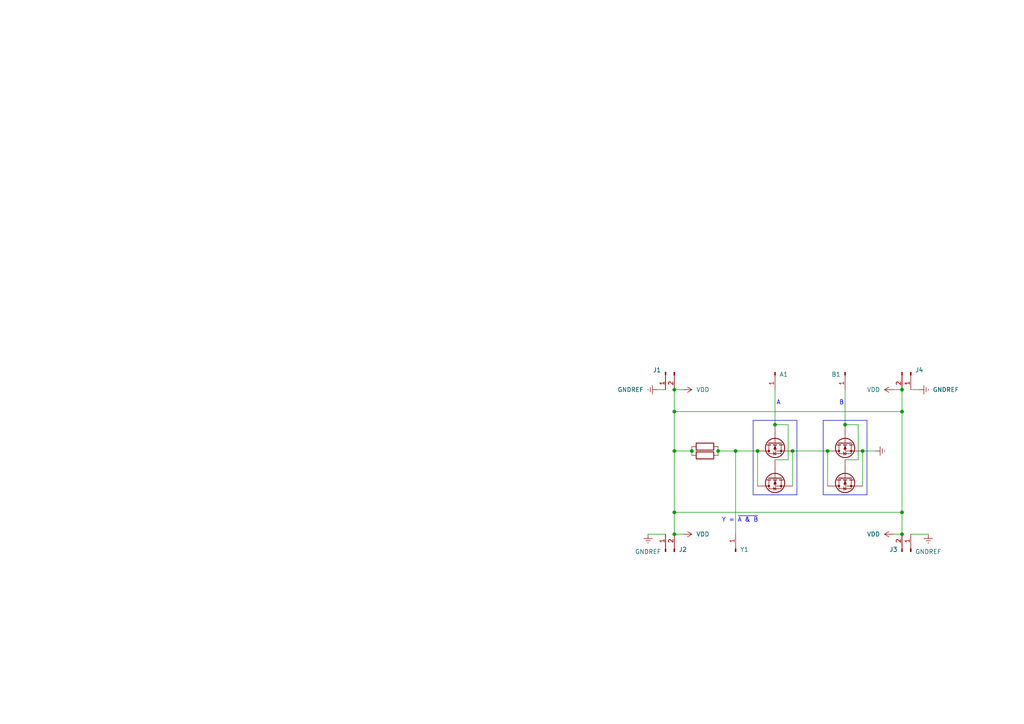
<source format=kicad_sch>
(kicad_sch
	(version 20250114)
	(generator "eeschema")
	(generator_version "9.0")
	(uuid "38b61d3a-980d-41e9-90d9-6607b9c2b652")
	(paper "A4")
	(title_block
		(title "NAND")
		(rev "1.0")
		(company "Cyborg Systems")
		(comment 1 "BlueChip")
	)
	(lib_symbols
		(symbol "2N7000_5"
			(pin_numbers
				(hide yes)
			)
			(pin_names
				(hide yes)
			)
			(exclude_from_sim no)
			(in_bom yes)
			(on_board yes)
			(property "Reference" "Q"
				(at 5.08 1.905 0)
				(effects
					(font
						(size 1.27 1.27)
					)
					(justify left)
				)
			)
			(property "Value" "2N7000"
				(at 5.08 0 0)
				(effects
					(font
						(size 1.27 1.27)
					)
					(justify left)
				)
			)
			(property "Footprint" "Package_TO_SOT_THT:TO-92_Inline"
				(at 5.08 -1.905 0)
				(effects
					(font
						(size 1.27 1.27)
						(italic yes)
					)
					(justify left)
					(hide yes)
				)
			)
			(property "Datasheet" "https://www.vishay.com/docs/70226/70226.pdf"
				(at 5.08 -3.81 0)
				(effects
					(font
						(size 1.27 1.27)
					)
					(justify left)
					(hide yes)
				)
			)
			(property "Description" "0.2A Id, 200V Vds, N-Channel MOSFET, 2.6V Logic Level, TO-92"
				(at 0 0 0)
				(effects
					(font
						(size 1.27 1.27)
					)
					(hide yes)
				)
			)
			(property "ki_keywords" "N-Channel MOSFET Logic-Level"
				(at 0 0 0)
				(effects
					(font
						(size 1.27 1.27)
					)
					(hide yes)
				)
			)
			(property "ki_fp_filters" "TO?92*"
				(at 0 0 0)
				(effects
					(font
						(size 1.27 1.27)
					)
					(hide yes)
				)
			)
			(symbol "2N7000_5_0_1"
				(polyline
					(pts
						(xy 0.254 1.905) (xy 0.254 -1.905)
					)
					(stroke
						(width 0.254)
						(type default)
					)
					(fill
						(type none)
					)
				)
				(polyline
					(pts
						(xy 0.254 0) (xy -2.54 0)
					)
					(stroke
						(width 0)
						(type default)
					)
					(fill
						(type none)
					)
				)
				(polyline
					(pts
						(xy 0.762 2.286) (xy 0.762 1.27)
					)
					(stroke
						(width 0.254)
						(type default)
					)
					(fill
						(type none)
					)
				)
				(polyline
					(pts
						(xy 0.762 0.508) (xy 0.762 -0.508)
					)
					(stroke
						(width 0.254)
						(type default)
					)
					(fill
						(type none)
					)
				)
				(polyline
					(pts
						(xy 0.762 -1.27) (xy 0.762 -2.286)
					)
					(stroke
						(width 0.254)
						(type default)
					)
					(fill
						(type none)
					)
				)
				(polyline
					(pts
						(xy 0.762 -1.778) (xy 3.302 -1.778) (xy 3.302 1.778) (xy 0.762 1.778)
					)
					(stroke
						(width 0)
						(type default)
					)
					(fill
						(type none)
					)
				)
				(polyline
					(pts
						(xy 1.016 0) (xy 2.032 0.381) (xy 2.032 -0.381) (xy 1.016 0)
					)
					(stroke
						(width 0)
						(type default)
					)
					(fill
						(type outline)
					)
				)
				(circle
					(center 1.651 0)
					(radius 2.794)
					(stroke
						(width 0.254)
						(type default)
					)
					(fill
						(type none)
					)
				)
				(polyline
					(pts
						(xy 2.54 2.54) (xy 2.54 1.778)
					)
					(stroke
						(width 0)
						(type default)
					)
					(fill
						(type none)
					)
				)
				(circle
					(center 2.54 1.778)
					(radius 0.254)
					(stroke
						(width 0)
						(type default)
					)
					(fill
						(type outline)
					)
				)
				(circle
					(center 2.54 -1.778)
					(radius 0.254)
					(stroke
						(width 0)
						(type default)
					)
					(fill
						(type outline)
					)
				)
				(polyline
					(pts
						(xy 2.54 -2.54) (xy 2.54 0) (xy 0.762 0)
					)
					(stroke
						(width 0)
						(type default)
					)
					(fill
						(type none)
					)
				)
				(polyline
					(pts
						(xy 2.794 0.508) (xy 2.921 0.381) (xy 3.683 0.381) (xy 3.81 0.254)
					)
					(stroke
						(width 0)
						(type default)
					)
					(fill
						(type none)
					)
				)
				(polyline
					(pts
						(xy 3.302 0.381) (xy 2.921 -0.254) (xy 3.683 -0.254) (xy 3.302 0.381)
					)
					(stroke
						(width 0)
						(type default)
					)
					(fill
						(type none)
					)
				)
			)
			(symbol "2N7000_5_1_1"
				(pin input line
					(at -5.08 0 0)
					(length 2.54)
					(name "G"
						(effects
							(font
								(size 1.27 1.27)
							)
						)
					)
					(number "2"
						(effects
							(font
								(size 1.27 1.27)
							)
						)
					)
				)
				(pin passive line
					(at 2.54 5.08 270)
					(length 2.54)
					(name "D"
						(effects
							(font
								(size 1.27 1.27)
							)
						)
					)
					(number "3"
						(effects
							(font
								(size 1.27 1.27)
							)
						)
					)
				)
				(pin passive line
					(at 2.54 -5.08 90)
					(length 2.54)
					(name "S"
						(effects
							(font
								(size 1.27 1.27)
							)
						)
					)
					(number "1"
						(effects
							(font
								(size 1.27 1.27)
							)
						)
					)
				)
			)
			(embedded_fonts no)
		)
		(symbol "2N7000_6"
			(pin_numbers
				(hide yes)
			)
			(pin_names
				(hide yes)
			)
			(exclude_from_sim no)
			(in_bom yes)
			(on_board yes)
			(property "Reference" "Q"
				(at 5.08 1.905 0)
				(effects
					(font
						(size 1.27 1.27)
					)
					(justify left)
				)
			)
			(property "Value" "2N7000"
				(at 5.08 0 0)
				(effects
					(font
						(size 1.27 1.27)
					)
					(justify left)
				)
			)
			(property "Footprint" "Package_TO_SOT_THT:TO-92_Inline"
				(at 5.08 -1.905 0)
				(effects
					(font
						(size 1.27 1.27)
						(italic yes)
					)
					(justify left)
					(hide yes)
				)
			)
			(property "Datasheet" "https://www.vishay.com/docs/70226/70226.pdf"
				(at 5.08 -3.81 0)
				(effects
					(font
						(size 1.27 1.27)
					)
					(justify left)
					(hide yes)
				)
			)
			(property "Description" "0.2A Id, 200V Vds, N-Channel MOSFET, 2.6V Logic Level, TO-92"
				(at 0 0 0)
				(effects
					(font
						(size 1.27 1.27)
					)
					(hide yes)
				)
			)
			(property "ki_keywords" "N-Channel MOSFET Logic-Level"
				(at 0 0 0)
				(effects
					(font
						(size 1.27 1.27)
					)
					(hide yes)
				)
			)
			(property "ki_fp_filters" "TO?92*"
				(at 0 0 0)
				(effects
					(font
						(size 1.27 1.27)
					)
					(hide yes)
				)
			)
			(symbol "2N7000_6_0_1"
				(polyline
					(pts
						(xy 0.254 1.905) (xy 0.254 -1.905)
					)
					(stroke
						(width 0.254)
						(type default)
					)
					(fill
						(type none)
					)
				)
				(polyline
					(pts
						(xy 0.254 0) (xy -2.54 0)
					)
					(stroke
						(width 0)
						(type default)
					)
					(fill
						(type none)
					)
				)
				(polyline
					(pts
						(xy 0.762 2.286) (xy 0.762 1.27)
					)
					(stroke
						(width 0.254)
						(type default)
					)
					(fill
						(type none)
					)
				)
				(polyline
					(pts
						(xy 0.762 0.508) (xy 0.762 -0.508)
					)
					(stroke
						(width 0.254)
						(type default)
					)
					(fill
						(type none)
					)
				)
				(polyline
					(pts
						(xy 0.762 -1.27) (xy 0.762 -2.286)
					)
					(stroke
						(width 0.254)
						(type default)
					)
					(fill
						(type none)
					)
				)
				(polyline
					(pts
						(xy 0.762 -1.778) (xy 3.302 -1.778) (xy 3.302 1.778) (xy 0.762 1.778)
					)
					(stroke
						(width 0)
						(type default)
					)
					(fill
						(type none)
					)
				)
				(polyline
					(pts
						(xy 1.016 0) (xy 2.032 0.381) (xy 2.032 -0.381) (xy 1.016 0)
					)
					(stroke
						(width 0)
						(type default)
					)
					(fill
						(type outline)
					)
				)
				(circle
					(center 1.651 0)
					(radius 2.794)
					(stroke
						(width 0.254)
						(type default)
					)
					(fill
						(type none)
					)
				)
				(polyline
					(pts
						(xy 2.54 2.54) (xy 2.54 1.778)
					)
					(stroke
						(width 0)
						(type default)
					)
					(fill
						(type none)
					)
				)
				(circle
					(center 2.54 1.778)
					(radius 0.254)
					(stroke
						(width 0)
						(type default)
					)
					(fill
						(type outline)
					)
				)
				(circle
					(center 2.54 -1.778)
					(radius 0.254)
					(stroke
						(width 0)
						(type default)
					)
					(fill
						(type outline)
					)
				)
				(polyline
					(pts
						(xy 2.54 -2.54) (xy 2.54 0) (xy 0.762 0)
					)
					(stroke
						(width 0)
						(type default)
					)
					(fill
						(type none)
					)
				)
				(polyline
					(pts
						(xy 2.794 0.508) (xy 2.921 0.381) (xy 3.683 0.381) (xy 3.81 0.254)
					)
					(stroke
						(width 0)
						(type default)
					)
					(fill
						(type none)
					)
				)
				(polyline
					(pts
						(xy 3.302 0.381) (xy 2.921 -0.254) (xy 3.683 -0.254) (xy 3.302 0.381)
					)
					(stroke
						(width 0)
						(type default)
					)
					(fill
						(type none)
					)
				)
			)
			(symbol "2N7000_6_1_1"
				(pin input line
					(at -5.08 0 0)
					(length 2.54)
					(name "G"
						(effects
							(font
								(size 1.27 1.27)
							)
						)
					)
					(number "2"
						(effects
							(font
								(size 1.27 1.27)
							)
						)
					)
				)
				(pin passive line
					(at 2.54 5.08 270)
					(length 2.54)
					(name "D"
						(effects
							(font
								(size 1.27 1.27)
							)
						)
					)
					(number "3"
						(effects
							(font
								(size 1.27 1.27)
							)
						)
					)
				)
				(pin passive line
					(at 2.54 -5.08 90)
					(length 2.54)
					(name "S"
						(effects
							(font
								(size 1.27 1.27)
							)
						)
					)
					(number "1"
						(effects
							(font
								(size 1.27 1.27)
							)
						)
					)
				)
			)
			(embedded_fonts no)
		)
		(symbol "2N7000_7"
			(pin_numbers
				(hide yes)
			)
			(pin_names
				(hide yes)
			)
			(exclude_from_sim no)
			(in_bom yes)
			(on_board yes)
			(property "Reference" "Q"
				(at 5.08 1.905 0)
				(effects
					(font
						(size 1.27 1.27)
					)
					(justify left)
				)
			)
			(property "Value" "2N7000"
				(at 5.08 0 0)
				(effects
					(font
						(size 1.27 1.27)
					)
					(justify left)
				)
			)
			(property "Footprint" "Package_TO_SOT_THT:TO-92_Inline"
				(at 5.08 -1.905 0)
				(effects
					(font
						(size 1.27 1.27)
						(italic yes)
					)
					(justify left)
					(hide yes)
				)
			)
			(property "Datasheet" "https://www.vishay.com/docs/70226/70226.pdf"
				(at 5.08 -3.81 0)
				(effects
					(font
						(size 1.27 1.27)
					)
					(justify left)
					(hide yes)
				)
			)
			(property "Description" "0.2A Id, 200V Vds, N-Channel MOSFET, 2.6V Logic Level, TO-92"
				(at 0 0 0)
				(effects
					(font
						(size 1.27 1.27)
					)
					(hide yes)
				)
			)
			(property "ki_keywords" "N-Channel MOSFET Logic-Level"
				(at 0 0 0)
				(effects
					(font
						(size 1.27 1.27)
					)
					(hide yes)
				)
			)
			(property "ki_fp_filters" "TO?92*"
				(at 0 0 0)
				(effects
					(font
						(size 1.27 1.27)
					)
					(hide yes)
				)
			)
			(symbol "2N7000_7_0_1"
				(polyline
					(pts
						(xy 0.254 1.905) (xy 0.254 -1.905)
					)
					(stroke
						(width 0.254)
						(type default)
					)
					(fill
						(type none)
					)
				)
				(polyline
					(pts
						(xy 0.254 0) (xy -2.54 0)
					)
					(stroke
						(width 0)
						(type default)
					)
					(fill
						(type none)
					)
				)
				(polyline
					(pts
						(xy 0.762 2.286) (xy 0.762 1.27)
					)
					(stroke
						(width 0.254)
						(type default)
					)
					(fill
						(type none)
					)
				)
				(polyline
					(pts
						(xy 0.762 0.508) (xy 0.762 -0.508)
					)
					(stroke
						(width 0.254)
						(type default)
					)
					(fill
						(type none)
					)
				)
				(polyline
					(pts
						(xy 0.762 -1.27) (xy 0.762 -2.286)
					)
					(stroke
						(width 0.254)
						(type default)
					)
					(fill
						(type none)
					)
				)
				(polyline
					(pts
						(xy 0.762 -1.778) (xy 3.302 -1.778) (xy 3.302 1.778) (xy 0.762 1.778)
					)
					(stroke
						(width 0)
						(type default)
					)
					(fill
						(type none)
					)
				)
				(polyline
					(pts
						(xy 1.016 0) (xy 2.032 0.381) (xy 2.032 -0.381) (xy 1.016 0)
					)
					(stroke
						(width 0)
						(type default)
					)
					(fill
						(type outline)
					)
				)
				(circle
					(center 1.651 0)
					(radius 2.794)
					(stroke
						(width 0.254)
						(type default)
					)
					(fill
						(type none)
					)
				)
				(polyline
					(pts
						(xy 2.54 2.54) (xy 2.54 1.778)
					)
					(stroke
						(width 0)
						(type default)
					)
					(fill
						(type none)
					)
				)
				(circle
					(center 2.54 1.778)
					(radius 0.254)
					(stroke
						(width 0)
						(type default)
					)
					(fill
						(type outline)
					)
				)
				(circle
					(center 2.54 -1.778)
					(radius 0.254)
					(stroke
						(width 0)
						(type default)
					)
					(fill
						(type outline)
					)
				)
				(polyline
					(pts
						(xy 2.54 -2.54) (xy 2.54 0) (xy 0.762 0)
					)
					(stroke
						(width 0)
						(type default)
					)
					(fill
						(type none)
					)
				)
				(polyline
					(pts
						(xy 2.794 0.508) (xy 2.921 0.381) (xy 3.683 0.381) (xy 3.81 0.254)
					)
					(stroke
						(width 0)
						(type default)
					)
					(fill
						(type none)
					)
				)
				(polyline
					(pts
						(xy 3.302 0.381) (xy 2.921 -0.254) (xy 3.683 -0.254) (xy 3.302 0.381)
					)
					(stroke
						(width 0)
						(type default)
					)
					(fill
						(type none)
					)
				)
			)
			(symbol "2N7000_7_1_1"
				(pin input line
					(at -5.08 0 0)
					(length 2.54)
					(name "G"
						(effects
							(font
								(size 1.27 1.27)
							)
						)
					)
					(number "2"
						(effects
							(font
								(size 1.27 1.27)
							)
						)
					)
				)
				(pin passive line
					(at 2.54 5.08 270)
					(length 2.54)
					(name "D"
						(effects
							(font
								(size 1.27 1.27)
							)
						)
					)
					(number "3"
						(effects
							(font
								(size 1.27 1.27)
							)
						)
					)
				)
				(pin passive line
					(at 2.54 -5.08 90)
					(length 2.54)
					(name "S"
						(effects
							(font
								(size 1.27 1.27)
							)
						)
					)
					(number "1"
						(effects
							(font
								(size 1.27 1.27)
							)
						)
					)
				)
			)
			(embedded_fonts no)
		)
		(symbol "2N7000_8"
			(pin_numbers
				(hide yes)
			)
			(pin_names
				(hide yes)
			)
			(exclude_from_sim no)
			(in_bom yes)
			(on_board yes)
			(property "Reference" "Q"
				(at 5.08 1.905 0)
				(effects
					(font
						(size 1.27 1.27)
					)
					(justify left)
				)
			)
			(property "Value" "2N7000"
				(at 5.08 0 0)
				(effects
					(font
						(size 1.27 1.27)
					)
					(justify left)
				)
			)
			(property "Footprint" "Package_TO_SOT_THT:TO-92_Inline"
				(at 5.08 -1.905 0)
				(effects
					(font
						(size 1.27 1.27)
						(italic yes)
					)
					(justify left)
					(hide yes)
				)
			)
			(property "Datasheet" "https://www.vishay.com/docs/70226/70226.pdf"
				(at 5.08 -3.81 0)
				(effects
					(font
						(size 1.27 1.27)
					)
					(justify left)
					(hide yes)
				)
			)
			(property "Description" "0.2A Id, 200V Vds, N-Channel MOSFET, 2.6V Logic Level, TO-92"
				(at 0 0 0)
				(effects
					(font
						(size 1.27 1.27)
					)
					(hide yes)
				)
			)
			(property "ki_keywords" "N-Channel MOSFET Logic-Level"
				(at 0 0 0)
				(effects
					(font
						(size 1.27 1.27)
					)
					(hide yes)
				)
			)
			(property "ki_fp_filters" "TO?92*"
				(at 0 0 0)
				(effects
					(font
						(size 1.27 1.27)
					)
					(hide yes)
				)
			)
			(symbol "2N7000_8_0_1"
				(polyline
					(pts
						(xy 0.254 1.905) (xy 0.254 -1.905)
					)
					(stroke
						(width 0.254)
						(type default)
					)
					(fill
						(type none)
					)
				)
				(polyline
					(pts
						(xy 0.254 0) (xy -2.54 0)
					)
					(stroke
						(width 0)
						(type default)
					)
					(fill
						(type none)
					)
				)
				(polyline
					(pts
						(xy 0.762 2.286) (xy 0.762 1.27)
					)
					(stroke
						(width 0.254)
						(type default)
					)
					(fill
						(type none)
					)
				)
				(polyline
					(pts
						(xy 0.762 0.508) (xy 0.762 -0.508)
					)
					(stroke
						(width 0.254)
						(type default)
					)
					(fill
						(type none)
					)
				)
				(polyline
					(pts
						(xy 0.762 -1.27) (xy 0.762 -2.286)
					)
					(stroke
						(width 0.254)
						(type default)
					)
					(fill
						(type none)
					)
				)
				(polyline
					(pts
						(xy 0.762 -1.778) (xy 3.302 -1.778) (xy 3.302 1.778) (xy 0.762 1.778)
					)
					(stroke
						(width 0)
						(type default)
					)
					(fill
						(type none)
					)
				)
				(polyline
					(pts
						(xy 1.016 0) (xy 2.032 0.381) (xy 2.032 -0.381) (xy 1.016 0)
					)
					(stroke
						(width 0)
						(type default)
					)
					(fill
						(type outline)
					)
				)
				(circle
					(center 1.651 0)
					(radius 2.794)
					(stroke
						(width 0.254)
						(type default)
					)
					(fill
						(type none)
					)
				)
				(polyline
					(pts
						(xy 2.54 2.54) (xy 2.54 1.778)
					)
					(stroke
						(width 0)
						(type default)
					)
					(fill
						(type none)
					)
				)
				(circle
					(center 2.54 1.778)
					(radius 0.254)
					(stroke
						(width 0)
						(type default)
					)
					(fill
						(type outline)
					)
				)
				(circle
					(center 2.54 -1.778)
					(radius 0.254)
					(stroke
						(width 0)
						(type default)
					)
					(fill
						(type outline)
					)
				)
				(polyline
					(pts
						(xy 2.54 -2.54) (xy 2.54 0) (xy 0.762 0)
					)
					(stroke
						(width 0)
						(type default)
					)
					(fill
						(type none)
					)
				)
				(polyline
					(pts
						(xy 2.794 0.508) (xy 2.921 0.381) (xy 3.683 0.381) (xy 3.81 0.254)
					)
					(stroke
						(width 0)
						(type default)
					)
					(fill
						(type none)
					)
				)
				(polyline
					(pts
						(xy 3.302 0.381) (xy 2.921 -0.254) (xy 3.683 -0.254) (xy 3.302 0.381)
					)
					(stroke
						(width 0)
						(type default)
					)
					(fill
						(type none)
					)
				)
			)
			(symbol "2N7000_8_1_1"
				(pin input line
					(at -5.08 0 0)
					(length 2.54)
					(name "G"
						(effects
							(font
								(size 1.27 1.27)
							)
						)
					)
					(number "2"
						(effects
							(font
								(size 1.27 1.27)
							)
						)
					)
				)
				(pin passive line
					(at 2.54 5.08 270)
					(length 2.54)
					(name "D"
						(effects
							(font
								(size 1.27 1.27)
							)
						)
					)
					(number "3"
						(effects
							(font
								(size 1.27 1.27)
							)
						)
					)
				)
				(pin passive line
					(at 2.54 -5.08 90)
					(length 2.54)
					(name "S"
						(effects
							(font
								(size 1.27 1.27)
							)
						)
					)
					(number "1"
						(effects
							(font
								(size 1.27 1.27)
							)
						)
					)
				)
			)
			(embedded_fonts no)
		)
		(symbol "Connector:Conn_01x01_Pin"
			(pin_names
				(offset 1.016)
				(hide yes)
			)
			(exclude_from_sim no)
			(in_bom yes)
			(on_board yes)
			(property "Reference" "J"
				(at 0 2.54 0)
				(effects
					(font
						(size 1.27 1.27)
					)
				)
			)
			(property "Value" "Conn_01x01_Pin"
				(at 0 -2.54 0)
				(effects
					(font
						(size 1.27 1.27)
					)
				)
			)
			(property "Footprint" ""
				(at 0 0 0)
				(effects
					(font
						(size 1.27 1.27)
					)
					(hide yes)
				)
			)
			(property "Datasheet" "~"
				(at 0 0 0)
				(effects
					(font
						(size 1.27 1.27)
					)
					(hide yes)
				)
			)
			(property "Description" "Generic connector, single row, 01x01, script generated"
				(at 0 0 0)
				(effects
					(font
						(size 1.27 1.27)
					)
					(hide yes)
				)
			)
			(property "ki_locked" ""
				(at 0 0 0)
				(effects
					(font
						(size 1.27 1.27)
					)
				)
			)
			(property "ki_keywords" "connector"
				(at 0 0 0)
				(effects
					(font
						(size 1.27 1.27)
					)
					(hide yes)
				)
			)
			(property "ki_fp_filters" "Connector*:*_1x??_*"
				(at 0 0 0)
				(effects
					(font
						(size 1.27 1.27)
					)
					(hide yes)
				)
			)
			(symbol "Conn_01x01_Pin_1_1"
				(rectangle
					(start 0.8636 0.127)
					(end 0 -0.127)
					(stroke
						(width 0.1524)
						(type default)
					)
					(fill
						(type outline)
					)
				)
				(polyline
					(pts
						(xy 1.27 0) (xy 0.8636 0)
					)
					(stroke
						(width 0.1524)
						(type default)
					)
					(fill
						(type none)
					)
				)
				(pin passive line
					(at 5.08 0 180)
					(length 3.81)
					(name "Pin_1"
						(effects
							(font
								(size 1.27 1.27)
							)
						)
					)
					(number "1"
						(effects
							(font
								(size 1.27 1.27)
							)
						)
					)
				)
			)
			(embedded_fonts no)
		)
		(symbol "Connector:Conn_01x02_Pin"
			(pin_names
				(offset 1.016)
				(hide yes)
			)
			(exclude_from_sim no)
			(in_bom yes)
			(on_board yes)
			(property "Reference" "J"
				(at 0 2.54 0)
				(effects
					(font
						(size 1.27 1.27)
					)
				)
			)
			(property "Value" "Conn_01x02_Pin"
				(at 0 -5.08 0)
				(effects
					(font
						(size 1.27 1.27)
					)
				)
			)
			(property "Footprint" ""
				(at 0 0 0)
				(effects
					(font
						(size 1.27 1.27)
					)
					(hide yes)
				)
			)
			(property "Datasheet" "~"
				(at 0 0 0)
				(effects
					(font
						(size 1.27 1.27)
					)
					(hide yes)
				)
			)
			(property "Description" "Generic connector, single row, 01x02, script generated"
				(at 0 0 0)
				(effects
					(font
						(size 1.27 1.27)
					)
					(hide yes)
				)
			)
			(property "ki_locked" ""
				(at 0 0 0)
				(effects
					(font
						(size 1.27 1.27)
					)
				)
			)
			(property "ki_keywords" "connector"
				(at 0 0 0)
				(effects
					(font
						(size 1.27 1.27)
					)
					(hide yes)
				)
			)
			(property "ki_fp_filters" "Connector*:*_1x??_*"
				(at 0 0 0)
				(effects
					(font
						(size 1.27 1.27)
					)
					(hide yes)
				)
			)
			(symbol "Conn_01x02_Pin_1_1"
				(rectangle
					(start 0.8636 0.127)
					(end 0 -0.127)
					(stroke
						(width 0.1524)
						(type default)
					)
					(fill
						(type outline)
					)
				)
				(rectangle
					(start 0.8636 -2.413)
					(end 0 -2.667)
					(stroke
						(width 0.1524)
						(type default)
					)
					(fill
						(type outline)
					)
				)
				(polyline
					(pts
						(xy 1.27 0) (xy 0.8636 0)
					)
					(stroke
						(width 0.1524)
						(type default)
					)
					(fill
						(type none)
					)
				)
				(polyline
					(pts
						(xy 1.27 -2.54) (xy 0.8636 -2.54)
					)
					(stroke
						(width 0.1524)
						(type default)
					)
					(fill
						(type none)
					)
				)
				(pin passive line
					(at 5.08 0 180)
					(length 3.81)
					(name "Pin_1"
						(effects
							(font
								(size 1.27 1.27)
							)
						)
					)
					(number "1"
						(effects
							(font
								(size 1.27 1.27)
							)
						)
					)
				)
				(pin passive line
					(at 5.08 -2.54 180)
					(length 3.81)
					(name "Pin_2"
						(effects
							(font
								(size 1.27 1.27)
							)
						)
					)
					(number "2"
						(effects
							(font
								(size 1.27 1.27)
							)
						)
					)
				)
			)
			(embedded_fonts no)
		)
		(symbol "Device:R"
			(pin_numbers
				(hide yes)
			)
			(pin_names
				(offset 0)
			)
			(exclude_from_sim no)
			(in_bom yes)
			(on_board yes)
			(property "Reference" "R"
				(at 2.032 0 90)
				(effects
					(font
						(size 1.27 1.27)
					)
				)
			)
			(property "Value" "R"
				(at 0 0 90)
				(effects
					(font
						(size 1.27 1.27)
					)
				)
			)
			(property "Footprint" ""
				(at -1.778 0 90)
				(effects
					(font
						(size 1.27 1.27)
					)
					(hide yes)
				)
			)
			(property "Datasheet" "~"
				(at 0 0 0)
				(effects
					(font
						(size 1.27 1.27)
					)
					(hide yes)
				)
			)
			(property "Description" "Resistor"
				(at 0 0 0)
				(effects
					(font
						(size 1.27 1.27)
					)
					(hide yes)
				)
			)
			(property "ki_keywords" "R res resistor"
				(at 0 0 0)
				(effects
					(font
						(size 1.27 1.27)
					)
					(hide yes)
				)
			)
			(property "ki_fp_filters" "R_*"
				(at 0 0 0)
				(effects
					(font
						(size 1.27 1.27)
					)
					(hide yes)
				)
			)
			(symbol "R_0_1"
				(rectangle
					(start -1.016 -2.54)
					(end 1.016 2.54)
					(stroke
						(width 0.254)
						(type default)
					)
					(fill
						(type none)
					)
				)
			)
			(symbol "R_1_1"
				(pin passive line
					(at 0 3.81 270)
					(length 1.27)
					(name "~"
						(effects
							(font
								(size 1.27 1.27)
							)
						)
					)
					(number "1"
						(effects
							(font
								(size 1.27 1.27)
							)
						)
					)
				)
				(pin passive line
					(at 0 -3.81 90)
					(length 1.27)
					(name "~"
						(effects
							(font
								(size 1.27 1.27)
							)
						)
					)
					(number "2"
						(effects
							(font
								(size 1.27 1.27)
							)
						)
					)
				)
			)
			(embedded_fonts no)
		)
		(symbol "power:GNDREF"
			(power)
			(pin_numbers
				(hide yes)
			)
			(pin_names
				(offset 0)
				(hide yes)
			)
			(exclude_from_sim no)
			(in_bom yes)
			(on_board yes)
			(property "Reference" "#PWR"
				(at 0 -6.35 0)
				(effects
					(font
						(size 1.27 1.27)
					)
					(hide yes)
				)
			)
			(property "Value" "GNDREF"
				(at 0 -3.81 0)
				(effects
					(font
						(size 1.27 1.27)
					)
				)
			)
			(property "Footprint" ""
				(at 0 0 0)
				(effects
					(font
						(size 1.27 1.27)
					)
					(hide yes)
				)
			)
			(property "Datasheet" ""
				(at 0 0 0)
				(effects
					(font
						(size 1.27 1.27)
					)
					(hide yes)
				)
			)
			(property "Description" "Power symbol creates a global label with name \"GNDREF\" , reference supply ground"
				(at 0 0 0)
				(effects
					(font
						(size 1.27 1.27)
					)
					(hide yes)
				)
			)
			(property "ki_keywords" "global power"
				(at 0 0 0)
				(effects
					(font
						(size 1.27 1.27)
					)
					(hide yes)
				)
			)
			(symbol "GNDREF_0_1"
				(polyline
					(pts
						(xy -0.635 -1.905) (xy 0.635 -1.905)
					)
					(stroke
						(width 0)
						(type default)
					)
					(fill
						(type none)
					)
				)
				(polyline
					(pts
						(xy -0.127 -2.54) (xy 0.127 -2.54)
					)
					(stroke
						(width 0)
						(type default)
					)
					(fill
						(type none)
					)
				)
				(polyline
					(pts
						(xy 0 -1.27) (xy 0 0)
					)
					(stroke
						(width 0)
						(type default)
					)
					(fill
						(type none)
					)
				)
				(polyline
					(pts
						(xy 1.27 -1.27) (xy -1.27 -1.27)
					)
					(stroke
						(width 0)
						(type default)
					)
					(fill
						(type none)
					)
				)
			)
			(symbol "GNDREF_1_1"
				(pin power_in line
					(at 0 0 270)
					(length 0)
					(name "~"
						(effects
							(font
								(size 1.27 1.27)
							)
						)
					)
					(number "1"
						(effects
							(font
								(size 1.27 1.27)
							)
						)
					)
				)
			)
			(embedded_fonts no)
		)
		(symbol "power:VDD"
			(power)
			(pin_numbers
				(hide yes)
			)
			(pin_names
				(offset 0)
				(hide yes)
			)
			(exclude_from_sim no)
			(in_bom yes)
			(on_board yes)
			(property "Reference" "#PWR"
				(at 0 -3.81 0)
				(effects
					(font
						(size 1.27 1.27)
					)
					(hide yes)
				)
			)
			(property "Value" "VDD"
				(at 0 3.556 0)
				(effects
					(font
						(size 1.27 1.27)
					)
				)
			)
			(property "Footprint" ""
				(at 0 0 0)
				(effects
					(font
						(size 1.27 1.27)
					)
					(hide yes)
				)
			)
			(property "Datasheet" ""
				(at 0 0 0)
				(effects
					(font
						(size 1.27 1.27)
					)
					(hide yes)
				)
			)
			(property "Description" "Power symbol creates a global label with name \"VDD\""
				(at 0 0 0)
				(effects
					(font
						(size 1.27 1.27)
					)
					(hide yes)
				)
			)
			(property "ki_keywords" "global power"
				(at 0 0 0)
				(effects
					(font
						(size 1.27 1.27)
					)
					(hide yes)
				)
			)
			(symbol "VDD_0_1"
				(polyline
					(pts
						(xy -0.762 1.27) (xy 0 2.54)
					)
					(stroke
						(width 0)
						(type default)
					)
					(fill
						(type none)
					)
				)
				(polyline
					(pts
						(xy 0 2.54) (xy 0.762 1.27)
					)
					(stroke
						(width 0)
						(type default)
					)
					(fill
						(type none)
					)
				)
				(polyline
					(pts
						(xy 0 0) (xy 0 2.54)
					)
					(stroke
						(width 0)
						(type default)
					)
					(fill
						(type none)
					)
				)
			)
			(symbol "VDD_1_1"
				(pin power_in line
					(at 0 0 90)
					(length 0)
					(name "~"
						(effects
							(font
								(size 1.27 1.27)
							)
						)
					)
					(number "1"
						(effects
							(font
								(size 1.27 1.27)
							)
						)
					)
				)
			)
			(embedded_fonts no)
		)
	)
	(rectangle
		(start 218.44 121.92)
		(end 231.14 143.51)
		(stroke
			(width 0)
			(type default)
		)
		(fill
			(type none)
		)
		(uuid 498f5288-4282-46f4-83d2-c9c644a6f1bf)
	)
	(rectangle
		(start 238.76 121.92)
		(end 251.46 143.51)
		(stroke
			(width 0)
			(type default)
		)
		(fill
			(type none)
		)
		(uuid 91cb3159-b3e9-4852-b091-d70162fdf7f7)
	)
	(text "Y = ~{A & B}"
		(exclude_from_sim no)
		(at 214.63 150.876 0)
		(effects
			(font
				(size 1.27 1.27)
			)
		)
		(uuid "9d215df9-bd44-4112-9990-47d3bd92ef8a")
	)
	(text "A"
		(exclude_from_sim no)
		(at 225.806 116.84 0)
		(effects
			(font
				(size 1.27 1.27)
			)
		)
		(uuid "a4616ef1-eb33-4252-bca3-2f7ec1b2df3b")
	)
	(text "B"
		(exclude_from_sim no)
		(at 244.094 116.84 0)
		(effects
			(font
				(size 1.27 1.27)
			)
		)
		(uuid "efda905a-d636-4224-b94a-21ab9621bfcf")
	)
	(junction
		(at 195.58 148.59)
		(diameter 0)
		(color 0 0 0 0)
		(uuid "06b852ea-8d38-49c2-9664-e4b063ac1741")
	)
	(junction
		(at 195.58 113.03)
		(diameter 0)
		(color 0 0 0 0)
		(uuid "125e6b5e-084c-4575-af11-5bd7f7016d63")
	)
	(junction
		(at 250.19 130.81)
		(diameter 0)
		(color 0 0 0 0)
		(uuid "1420cbf9-0908-458f-b27a-bc11df9b7efc")
	)
	(junction
		(at 200.66 130.81)
		(diameter 0)
		(color 0 0 0 0)
		(uuid "24d1f6b5-591c-4cd4-8e2a-8af5784889fd")
	)
	(junction
		(at 213.36 130.81)
		(diameter 0)
		(color 0 0 0 0)
		(uuid "261263e4-3c57-47d9-b0e5-cabd3cdc2d3a")
	)
	(junction
		(at 208.28 130.81)
		(diameter 0)
		(color 0 0 0 0)
		(uuid "2796aac5-d613-4c9e-becc-c209be3d61ea")
	)
	(junction
		(at 240.03 130.81)
		(diameter 0)
		(color 0 0 0 0)
		(uuid "31add558-0d0e-40c3-a4a0-db44432a330a")
	)
	(junction
		(at 224.79 123.19)
		(diameter 0)
		(color 0 0 0 0)
		(uuid "39a66b68-6852-407a-a0b3-14b727280d98")
	)
	(junction
		(at 229.87 130.81)
		(diameter 0)
		(color 0 0 0 0)
		(uuid "4d6f4da6-b9f4-469b-b42a-8cd153f1358c")
	)
	(junction
		(at 195.58 154.94)
		(diameter 0)
		(color 0 0 0 0)
		(uuid "52177953-ce5d-405a-804e-a5ff78be53c6")
	)
	(junction
		(at 261.62 119.38)
		(diameter 0)
		(color 0 0 0 0)
		(uuid "671ca0c9-4eb6-4219-9c98-d6e0b0447159")
	)
	(junction
		(at 195.58 130.81)
		(diameter 0)
		(color 0 0 0 0)
		(uuid "6a98f719-32af-4fee-82f0-57afbe6acd23")
	)
	(junction
		(at 261.62 148.59)
		(diameter 0)
		(color 0 0 0 0)
		(uuid "75f67fc5-d4b5-4677-8478-7c8174de07d0")
	)
	(junction
		(at 219.71 130.81)
		(diameter 0)
		(color 0 0 0 0)
		(uuid "76ab2393-64c0-48b0-b124-d340021edb1c")
	)
	(junction
		(at 261.62 154.94)
		(diameter 0)
		(color 0 0 0 0)
		(uuid "7e849bba-b303-4fbb-8327-86ac59e800b9")
	)
	(junction
		(at 195.58 119.38)
		(diameter 0)
		(color 0 0 0 0)
		(uuid "88d9ce10-c324-4023-bc41-6609ef2ce5a3")
	)
	(junction
		(at 261.62 113.03)
		(diameter 0)
		(color 0 0 0 0)
		(uuid "bfce5cd7-2f54-452a-a8c3-278c0967d35a")
	)
	(junction
		(at 245.11 123.19)
		(diameter 0)
		(color 0 0 0 0)
		(uuid "dd531789-bb41-44f5-9db6-a2a22e37ebfc")
	)
	(wire
		(pts
			(xy 213.36 130.81) (xy 219.71 130.81)
		)
		(stroke
			(width 0)
			(type default)
		)
		(uuid "0035ee6a-954c-4c19-8f38-806b5a79a60d")
	)
	(wire
		(pts
			(xy 208.28 130.81) (xy 213.36 130.81)
		)
		(stroke
			(width 0)
			(type default)
		)
		(uuid "0d875061-b4a1-4554-8ae2-b5716420c751")
	)
	(wire
		(pts
			(xy 219.71 130.81) (xy 219.71 140.97)
		)
		(stroke
			(width 0)
			(type default)
		)
		(uuid "0f94888b-5c9f-4c87-9daf-b588b4b22d6b")
	)
	(wire
		(pts
			(xy 195.58 130.81) (xy 195.58 148.59)
		)
		(stroke
			(width 0)
			(type default)
		)
		(uuid "168bae68-bada-40ab-85dc-9356e5854b03")
	)
	(wire
		(pts
			(xy 259.08 113.03) (xy 261.62 113.03)
		)
		(stroke
			(width 0)
			(type default)
		)
		(uuid "1db40c3d-92cd-4f13-a9d1-a66c0079117e")
	)
	(wire
		(pts
			(xy 250.19 130.81) (xy 250.19 140.97)
		)
		(stroke
			(width 0)
			(type default)
		)
		(uuid "1df0e538-f565-4929-af9a-ec8a6e8772b4")
	)
	(wire
		(pts
			(xy 266.7 113.03) (xy 264.16 113.03)
		)
		(stroke
			(width 0)
			(type default)
		)
		(uuid "24d46502-f0a4-4fa4-8839-8eab6899982e")
	)
	(wire
		(pts
			(xy 259.08 154.94) (xy 261.62 154.94)
		)
		(stroke
			(width 0)
			(type default)
		)
		(uuid "37da6236-3d59-435e-9841-d8c7e554bb41")
	)
	(wire
		(pts
			(xy 195.58 154.94) (xy 195.58 148.59)
		)
		(stroke
			(width 0)
			(type default)
		)
		(uuid "3c9fe370-0786-4e07-a999-5c095f597cc7")
	)
	(wire
		(pts
			(xy 198.12 113.03) (xy 195.58 113.03)
		)
		(stroke
			(width 0)
			(type default)
		)
		(uuid "41fc1afa-06cd-4995-a357-797b778da37d")
	)
	(wire
		(pts
			(xy 200.66 129.54) (xy 200.66 130.81)
		)
		(stroke
			(width 0)
			(type default)
		)
		(uuid "4284d28e-924f-43c3-b48a-e905c5303c05")
	)
	(wire
		(pts
			(xy 261.62 119.38) (xy 261.62 148.59)
		)
		(stroke
			(width 0)
			(type default)
		)
		(uuid "450eadc9-31b4-48ad-92e4-d4aa7b4cae87")
	)
	(wire
		(pts
			(xy 261.62 113.03) (xy 261.62 119.38)
		)
		(stroke
			(width 0)
			(type default)
		)
		(uuid "4be4f846-77d6-4ee9-8d23-b70dfdc3340e")
	)
	(wire
		(pts
			(xy 228.6 133.35) (xy 228.6 123.19)
		)
		(stroke
			(width 0)
			(type default)
		)
		(uuid "561f0286-63ab-4088-92b6-f1160743f2cb")
	)
	(wire
		(pts
			(xy 269.24 154.94) (xy 264.16 154.94)
		)
		(stroke
			(width 0)
			(type default)
		)
		(uuid "5fc12dac-8e34-494b-89c0-e5124df1d2e8")
	)
	(wire
		(pts
			(xy 195.58 119.38) (xy 261.62 119.38)
		)
		(stroke
			(width 0)
			(type default)
		)
		(uuid "610faac7-32f9-4e10-95f8-cc62f7f252b7")
	)
	(wire
		(pts
			(xy 245.11 123.19) (xy 248.92 123.19)
		)
		(stroke
			(width 0)
			(type default)
		)
		(uuid "63c01412-c6a2-40d7-85bd-087e4d2f4e7d")
	)
	(wire
		(pts
			(xy 195.58 119.38) (xy 195.58 130.81)
		)
		(stroke
			(width 0)
			(type default)
		)
		(uuid "65a4366e-e545-41ef-a061-6b63feda31d3")
	)
	(wire
		(pts
			(xy 224.79 133.35) (xy 228.6 133.35)
		)
		(stroke
			(width 0)
			(type default)
		)
		(uuid "7d10330b-9950-4b87-b688-e559b62b9650")
	)
	(wire
		(pts
			(xy 195.58 148.59) (xy 261.62 148.59)
		)
		(stroke
			(width 0)
			(type default)
		)
		(uuid "83309776-ecf0-490b-b1fc-6b1b6667d420")
	)
	(wire
		(pts
			(xy 229.87 130.81) (xy 229.87 140.97)
		)
		(stroke
			(width 0)
			(type default)
		)
		(uuid "9005adbc-0aa2-4252-8566-c892bdb4dc90")
	)
	(wire
		(pts
			(xy 224.79 123.19) (xy 228.6 123.19)
		)
		(stroke
			(width 0)
			(type default)
		)
		(uuid "90347ac8-74bd-4841-890b-36af7bf8c54a")
	)
	(wire
		(pts
			(xy 245.11 113.03) (xy 245.11 123.19)
		)
		(stroke
			(width 0)
			(type default)
		)
		(uuid "92c35b86-0f9a-4126-a86c-fbadb73204d3")
	)
	(wire
		(pts
			(xy 240.03 130.81) (xy 240.03 140.97)
		)
		(stroke
			(width 0)
			(type default)
		)
		(uuid "93755cb3-855d-4010-b545-b119db2812b0")
	)
	(wire
		(pts
			(xy 224.79 113.03) (xy 224.79 123.19)
		)
		(stroke
			(width 0)
			(type default)
		)
		(uuid "99942e85-aabd-4c02-b5b5-c0995a6da239")
	)
	(wire
		(pts
			(xy 200.66 130.81) (xy 200.66 132.08)
		)
		(stroke
			(width 0)
			(type default)
		)
		(uuid "a1fbed5e-09a5-45d6-a273-5ed9c925a3ba")
	)
	(wire
		(pts
			(xy 208.28 129.54) (xy 208.28 130.81)
		)
		(stroke
			(width 0)
			(type default)
		)
		(uuid "a54fdbb7-ab6b-4b2f-97df-67e1fb44a670")
	)
	(wire
		(pts
			(xy 195.58 130.81) (xy 200.66 130.81)
		)
		(stroke
			(width 0)
			(type default)
		)
		(uuid "a709f9b2-116f-4976-8e1b-37b64c5d77a9")
	)
	(wire
		(pts
			(xy 229.87 130.81) (xy 240.03 130.81)
		)
		(stroke
			(width 0)
			(type default)
		)
		(uuid "be9c7390-94ef-4c91-8bce-0dd57294ccc3")
	)
	(wire
		(pts
			(xy 213.36 130.81) (xy 213.36 154.94)
		)
		(stroke
			(width 0)
			(type default)
		)
		(uuid "c1fbcf2c-5559-4851-905b-fe1e22ed4e45")
	)
	(wire
		(pts
			(xy 261.62 148.59) (xy 261.62 154.94)
		)
		(stroke
			(width 0)
			(type default)
		)
		(uuid "c580cfd5-794f-4ad5-a5ad-95471a4446e9")
	)
	(wire
		(pts
			(xy 190.5 113.03) (xy 193.04 113.03)
		)
		(stroke
			(width 0)
			(type default)
		)
		(uuid "c75db0dc-37ef-49ac-8341-1817c705072c")
	)
	(wire
		(pts
			(xy 248.92 133.35) (xy 248.92 123.19)
		)
		(stroke
			(width 0)
			(type default)
		)
		(uuid "cf9e1341-17c8-4ea5-9ee0-fe746d1e111a")
	)
	(wire
		(pts
			(xy 198.12 154.94) (xy 195.58 154.94)
		)
		(stroke
			(width 0)
			(type default)
		)
		(uuid "d8712be2-030a-4f58-9630-02806c1ce664")
	)
	(wire
		(pts
			(xy 208.28 130.81) (xy 208.28 132.08)
		)
		(stroke
			(width 0)
			(type default)
		)
		(uuid "e08681b4-d153-406f-87e0-b5d0819e300d")
	)
	(wire
		(pts
			(xy 187.96 154.94) (xy 193.04 154.94)
		)
		(stroke
			(width 0)
			(type default)
		)
		(uuid "e8403dcf-d6a3-49e9-b63b-1a09c991c3eb")
	)
	(wire
		(pts
			(xy 245.11 133.35) (xy 248.92 133.35)
		)
		(stroke
			(width 0)
			(type default)
		)
		(uuid "e91bbb04-cd14-4564-8abe-d06ce04866b4")
	)
	(wire
		(pts
			(xy 195.58 113.03) (xy 195.58 119.38)
		)
		(stroke
			(width 0)
			(type default)
		)
		(uuid "f0b930cb-78b1-484e-8ae5-0506258508e8")
	)
	(wire
		(pts
			(xy 250.19 130.81) (xy 254 130.81)
		)
		(stroke
			(width 0)
			(type default)
		)
		(uuid "fc32f065-9213-4326-a150-37aeb5a37442")
	)
	(symbol
		(lib_id "power:GNDREF")
		(at 266.7 113.03 90)
		(mirror x)
		(unit 1)
		(exclude_from_sim no)
		(in_bom yes)
		(on_board yes)
		(dnp no)
		(fields_autoplaced yes)
		(uuid "0d166b29-f18f-457c-9762-a6f4af2fc0f6")
		(property "Reference" "#PWR05"
			(at 273.05 113.03 0)
			(effects
				(font
					(size 1.27 1.27)
				)
				(hide yes)
			)
		)
		(property "Value" "GNDREF"
			(at 270.51 113.0299 90)
			(effects
				(font
					(size 1.27 1.27)
				)
				(justify right)
			)
		)
		(property "Footprint" ""
			(at 266.7 113.03 0)
			(effects
				(font
					(size 1.27 1.27)
				)
				(hide yes)
			)
		)
		(property "Datasheet" ""
			(at 266.7 113.03 0)
			(effects
				(font
					(size 1.27 1.27)
				)
				(hide yes)
			)
		)
		(property "Description" "Power symbol creates a global label with name \"GNDREF\" , reference supply ground"
			(at 266.7 113.03 0)
			(effects
				(font
					(size 1.27 1.27)
				)
				(hide yes)
			)
		)
		(pin "1"
			(uuid "0a573a52-75ff-4213-aa49-520d90586718")
		)
		(instances
			(project "XOR_LED"
				(path "/38b61d3a-980d-41e9-90d9-6607b9c2b652"
					(reference "#PWR05")
					(unit 1)
				)
			)
		)
	)
	(symbol
		(lib_id "Device:R")
		(at 204.47 129.54 90)
		(unit 1)
		(exclude_from_sim no)
		(in_bom yes)
		(on_board yes)
		(dnp no)
		(fields_autoplaced yes)
		(uuid "12ad597e-e7b9-49a7-a0b1-733c83f5a452")
		(property "Reference" "R5"
			(at 203.1999 127 0)
			(effects
				(font
					(size 1.27 1.27)
				)
				(justify left)
				(hide yes)
			)
		)
		(property "Value" "R"
			(at 205.7399 127 0)
			(effects
				(font
					(size 1.27 1.27)
				)
				(justify left)
				(hide yes)
			)
		)
		(property "Footprint" "Resistor_THT:R_Axial_DIN0207_L6.3mm_D2.5mm_P10.16mm_Horizontal"
			(at 204.47 131.318 90)
			(effects
				(font
					(size 1.27 1.27)
				)
				(hide yes)
			)
		)
		(property "Datasheet" "~"
			(at 204.47 129.54 0)
			(effects
				(font
					(size 1.27 1.27)
				)
				(hide yes)
			)
		)
		(property "Description" "Resistor"
			(at 204.47 129.54 0)
			(effects
				(font
					(size 1.27 1.27)
				)
				(hide yes)
			)
		)
		(pin "1"
			(uuid "30ce2ac5-0f10-4d49-a65b-1624f0da4039")
		)
		(pin "2"
			(uuid "e030266b-188b-4b80-91f1-1710e9115fe9")
		)
		(instances
			(project "XOR_LED"
				(path "/38b61d3a-980d-41e9-90d9-6607b9c2b652"
					(reference "R5")
					(unit 1)
				)
			)
		)
	)
	(symbol
		(lib_id "power:GNDREF")
		(at 187.96 154.94 0)
		(mirror y)
		(unit 1)
		(exclude_from_sim no)
		(in_bom yes)
		(on_board yes)
		(dnp no)
		(uuid "1d08a1a4-afdf-4434-909a-d297ac79d659")
		(property "Reference" "#PWR03"
			(at 187.96 161.29 0)
			(effects
				(font
					(size 1.27 1.27)
				)
				(hide yes)
			)
		)
		(property "Value" "GNDREF"
			(at 187.96 160.02 0)
			(effects
				(font
					(size 1.27 1.27)
				)
			)
		)
		(property "Footprint" ""
			(at 187.96 154.94 0)
			(effects
				(font
					(size 1.27 1.27)
				)
				(hide yes)
			)
		)
		(property "Datasheet" ""
			(at 187.96 154.94 0)
			(effects
				(font
					(size 1.27 1.27)
				)
				(hide yes)
			)
		)
		(property "Description" "Power symbol creates a global label with name \"GNDREF\" , reference supply ground"
			(at 187.96 154.94 0)
			(effects
				(font
					(size 1.27 1.27)
				)
				(hide yes)
			)
		)
		(pin "1"
			(uuid "bea31384-466d-4972-9431-1347b09a9156")
		)
		(instances
			(project "XOR_LED"
				(path "/38b61d3a-980d-41e9-90d9-6607b9c2b652"
					(reference "#PWR03")
					(unit 1)
				)
			)
		)
	)
	(symbol
		(lib_id "power:VDD")
		(at 259.08 154.94 90)
		(mirror x)
		(unit 1)
		(exclude_from_sim no)
		(in_bom yes)
		(on_board yes)
		(dnp no)
		(uuid "27361628-b1ba-47a9-9281-d8b88577f2e7")
		(property "Reference" "#PWR010"
			(at 262.89 154.94 0)
			(effects
				(font
					(size 1.27 1.27)
				)
				(hide yes)
			)
		)
		(property "Value" "VDD"
			(at 255.27 154.9399 90)
			(effects
				(font
					(size 1.27 1.27)
				)
				(justify left)
			)
		)
		(property "Footprint" ""
			(at 259.08 154.94 0)
			(effects
				(font
					(size 1.27 1.27)
				)
				(hide yes)
			)
		)
		(property "Datasheet" ""
			(at 259.08 154.94 0)
			(effects
				(font
					(size 1.27 1.27)
				)
				(hide yes)
			)
		)
		(property "Description" "Power symbol creates a global label with name \"VDD\""
			(at 259.08 154.94 0)
			(effects
				(font
					(size 1.27 1.27)
				)
				(hide yes)
			)
		)
		(pin "1"
			(uuid "1eb9f015-2cf6-47a8-b40c-ee1668e0938a")
		)
		(instances
			(project "NAND"
				(path "/38b61d3a-980d-41e9-90d9-6607b9c2b652"
					(reference "#PWR010")
					(unit 1)
				)
			)
		)
	)
	(symbol
		(lib_id "power:VDD")
		(at 198.12 154.94 270)
		(unit 1)
		(exclude_from_sim no)
		(in_bom yes)
		(on_board yes)
		(dnp no)
		(uuid "2ab4b021-a9fb-458a-8d9c-9874efd43df5")
		(property "Reference" "#PWR06"
			(at 194.31 154.94 0)
			(effects
				(font
					(size 1.27 1.27)
				)
				(hide yes)
			)
		)
		(property "Value" "VDD"
			(at 201.93 154.9399 90)
			(effects
				(font
					(size 1.27 1.27)
				)
				(justify left)
			)
		)
		(property "Footprint" ""
			(at 198.12 154.94 0)
			(effects
				(font
					(size 1.27 1.27)
				)
				(hide yes)
			)
		)
		(property "Datasheet" ""
			(at 198.12 154.94 0)
			(effects
				(font
					(size 1.27 1.27)
				)
				(hide yes)
			)
		)
		(property "Description" "Power symbol creates a global label with name \"VDD\""
			(at 198.12 154.94 0)
			(effects
				(font
					(size 1.27 1.27)
				)
				(hide yes)
			)
		)
		(pin "1"
			(uuid "ee3f49c3-e918-4b46-870c-0083221cc4b7")
		)
		(instances
			(project "NAND"
				(path "/38b61d3a-980d-41e9-90d9-6607b9c2b652"
					(reference "#PWR06")
					(unit 1)
				)
			)
		)
	)
	(symbol
		(lib_id "Connector:Conn_01x02_Pin")
		(at 264.16 160.02 270)
		(mirror x)
		(unit 1)
		(exclude_from_sim no)
		(in_bom yes)
		(on_board yes)
		(dnp no)
		(fields_autoplaced yes)
		(uuid "5fe689e1-59e4-4723-bca5-209462cc518d")
		(property "Reference" "J3"
			(at 260.35 159.3849 90)
			(effects
				(font
					(size 1.27 1.27)
				)
				(justify right)
			)
		)
		(property "Value" "Conn_01x02_Pin"
			(at 265.43 158.1151 90)
			(effects
				(font
					(size 1.27 1.27)
				)
				(justify left)
				(hide yes)
			)
		)
		(property "Footprint" "Connector_PinSocket_2.54mm:PinSocket_1x02_P2.54mm_Vertical"
			(at 264.16 160.02 0)
			(effects
				(font
					(size 1.27 1.27)
				)
				(hide yes)
			)
		)
		(property "Datasheet" "~"
			(at 264.16 160.02 0)
			(effects
				(font
					(size 1.27 1.27)
				)
				(hide yes)
			)
		)
		(property "Description" "Generic connector, single row, 01x02, script generated"
			(at 264.16 160.02 0)
			(effects
				(font
					(size 1.27 1.27)
				)
				(hide yes)
			)
		)
		(pin "2"
			(uuid "c2ca9be7-d468-487b-bb39-05048d05da43")
		)
		(pin "1"
			(uuid "3b2dfa27-cf4d-4c6a-a10b-4b4d596fa45f")
		)
		(instances
			(project "XOR_LED"
				(path "/38b61d3a-980d-41e9-90d9-6607b9c2b652"
					(reference "J3")
					(unit 1)
				)
			)
		)
	)
	(symbol
		(lib_id "Device:R")
		(at 204.47 132.08 90)
		(unit 1)
		(exclude_from_sim no)
		(in_bom yes)
		(on_board yes)
		(dnp no)
		(fields_autoplaced yes)
		(uuid "6b099490-a6f0-4b64-b612-dacc7ba5d858")
		(property "Reference" "R15"
			(at 203.1999 129.54 0)
			(effects
				(font
					(size 1.27 1.27)
				)
				(justify left)
				(hide yes)
			)
		)
		(property "Value" "R"
			(at 205.7399 129.54 0)
			(effects
				(font
					(size 1.27 1.27)
				)
				(justify left)
				(hide yes)
			)
		)
		(property "Footprint" "Resistor_SMD:R_1206_3216Metric"
			(at 204.47 133.858 90)
			(effects
				(font
					(size 1.27 1.27)
				)
				(hide yes)
			)
		)
		(property "Datasheet" "~"
			(at 204.47 132.08 0)
			(effects
				(font
					(size 1.27 1.27)
				)
				(hide yes)
			)
		)
		(property "Description" "Resistor"
			(at 204.47 132.08 0)
			(effects
				(font
					(size 1.27 1.27)
				)
				(hide yes)
			)
		)
		(pin "1"
			(uuid "4a1f2a8c-068b-44f2-a47a-bc7d89259df1")
		)
		(pin "2"
			(uuid "56d93557-1d6a-43d2-a26f-834090b5e65a")
		)
		(instances
			(project "XOR_LED"
				(path "/38b61d3a-980d-41e9-90d9-6607b9c2b652"
					(reference "R15")
					(unit 1)
				)
			)
		)
	)
	(symbol
		(lib_id "power:GNDREF")
		(at 254 130.81 90)
		(unit 1)
		(exclude_from_sim no)
		(in_bom yes)
		(on_board yes)
		(dnp no)
		(fields_autoplaced yes)
		(uuid "829761fe-7c87-4e55-ae17-b5434752ef1a")
		(property "Reference" "#PWR024"
			(at 260.35 130.81 0)
			(effects
				(font
					(size 1.27 1.27)
				)
				(hide yes)
			)
		)
		(property "Value" "GNDREF"
			(at 259.08 130.81 0)
			(effects
				(font
					(size 1.27 1.27)
				)
				(hide yes)
			)
		)
		(property "Footprint" ""
			(at 254 130.81 0)
			(effects
				(font
					(size 1.27 1.27)
				)
				(hide yes)
			)
		)
		(property "Datasheet" ""
			(at 254 130.81 0)
			(effects
				(font
					(size 1.27 1.27)
				)
				(hide yes)
			)
		)
		(property "Description" "Power symbol creates a global label with name \"GNDREF\" , reference supply ground"
			(at 254 130.81 0)
			(effects
				(font
					(size 1.27 1.27)
				)
				(hide yes)
			)
		)
		(pin "1"
			(uuid "9ba5c638-f8bb-456f-a31c-958fb20f120b")
		)
		(instances
			(project "XOR_LED"
				(path "/38b61d3a-980d-41e9-90d9-6607b9c2b652"
					(reference "#PWR024")
					(unit 1)
				)
			)
		)
	)
	(symbol
		(lib_id "Connector:Conn_01x02_Pin")
		(at 193.04 107.95 90)
		(mirror x)
		(unit 1)
		(exclude_from_sim no)
		(in_bom yes)
		(on_board yes)
		(dnp no)
		(uuid "89c722ea-038e-45ce-8620-8d166498fc83")
		(property "Reference" "J1"
			(at 191.77 107.3149 90)
			(effects
				(font
					(size 1.27 1.27)
				)
				(justify left)
			)
		)
		(property "Value" "Conn_01x02_Pin"
			(at 191.77 109.8549 90)
			(effects
				(font
					(size 1.27 1.27)
				)
				(justify left)
				(hide yes)
			)
		)
		(property "Footprint" "Connector_PinSocket_2.54mm:PinSocket_1x02_P2.54mm_Vertical"
			(at 193.04 107.95 0)
			(effects
				(font
					(size 1.27 1.27)
				)
				(hide yes)
			)
		)
		(property "Datasheet" "~"
			(at 193.04 107.95 0)
			(effects
				(font
					(size 1.27 1.27)
				)
				(hide yes)
			)
		)
		(property "Description" "Generic connector, single row, 01x02, script generated"
			(at 193.04 107.95 0)
			(effects
				(font
					(size 1.27 1.27)
				)
				(hide yes)
			)
		)
		(pin "2"
			(uuid "29759959-3ab6-4624-88e8-7dfc82332c75")
		)
		(pin "1"
			(uuid "4521e5ed-edaa-49c6-b952-4fe399bc47ac")
		)
		(instances
			(project "XOR_LED"
				(path "/38b61d3a-980d-41e9-90d9-6607b9c2b652"
					(reference "J1")
					(unit 1)
				)
			)
		)
	)
	(symbol
		(lib_id "Connector:Conn_01x02_Pin")
		(at 264.16 107.95 270)
		(unit 1)
		(exclude_from_sim no)
		(in_bom yes)
		(on_board yes)
		(dnp no)
		(uuid "8aa6be7d-37b0-4ef9-8bc4-c8d64a731762")
		(property "Reference" "J4"
			(at 265.43 107.3149 90)
			(effects
				(font
					(size 1.27 1.27)
				)
				(justify left)
			)
		)
		(property "Value" "Conn_01x02_Pin"
			(at 265.43 109.8549 90)
			(effects
				(font
					(size 1.27 1.27)
				)
				(justify left)
				(hide yes)
			)
		)
		(property "Footprint" "Connector_PinSocket_2.54mm:PinSocket_1x02_P2.54mm_Vertical"
			(at 264.16 107.95 0)
			(effects
				(font
					(size 1.27 1.27)
				)
				(hide yes)
			)
		)
		(property "Datasheet" "~"
			(at 264.16 107.95 0)
			(effects
				(font
					(size 1.27 1.27)
				)
				(hide yes)
			)
		)
		(property "Description" "Generic connector, single row, 01x02, script generated"
			(at 264.16 107.95 0)
			(effects
				(font
					(size 1.27 1.27)
				)
				(hide yes)
			)
		)
		(pin "2"
			(uuid "185aedc0-d302-4b48-8cfb-5938e7fb01f2")
		)
		(pin "1"
			(uuid "fdabb964-f0b5-4a50-9a38-94e1cb9d882e")
		)
		(instances
			(project "XOR_LED"
				(path "/38b61d3a-980d-41e9-90d9-6607b9c2b652"
					(reference "J4")
					(unit 1)
				)
			)
		)
	)
	(symbol
		(lib_id "power:VDD")
		(at 198.12 113.03 270)
		(unit 1)
		(exclude_from_sim no)
		(in_bom yes)
		(on_board yes)
		(dnp no)
		(uuid "95fe54a0-9d1f-4c3a-839b-636892e52d97")
		(property "Reference" "#PWR01"
			(at 194.31 113.03 0)
			(effects
				(font
					(size 1.27 1.27)
				)
				(hide yes)
			)
		)
		(property "Value" "VDD"
			(at 201.93 113.0299 90)
			(effects
				(font
					(size 1.27 1.27)
				)
				(justify left)
			)
		)
		(property "Footprint" ""
			(at 198.12 113.03 0)
			(effects
				(font
					(size 1.27 1.27)
				)
				(hide yes)
			)
		)
		(property "Datasheet" ""
			(at 198.12 113.03 0)
			(effects
				(font
					(size 1.27 1.27)
				)
				(hide yes)
			)
		)
		(property "Description" "Power symbol creates a global label with name \"VDD\""
			(at 198.12 113.03 0)
			(effects
				(font
					(size 1.27 1.27)
				)
				(hide yes)
			)
		)
		(pin "1"
			(uuid "d83fcb21-aa32-414c-8ec1-2f4b00f1e042")
		)
		(instances
			(project "XOR_LED"
				(path "/38b61d3a-980d-41e9-90d9-6607b9c2b652"
					(reference "#PWR01")
					(unit 1)
				)
			)
		)
	)
	(symbol
		(lib_id "Connector:Conn_01x01_Pin")
		(at 224.79 107.95 270)
		(unit 1)
		(exclude_from_sim no)
		(in_bom yes)
		(on_board yes)
		(dnp no)
		(fields_autoplaced yes)
		(uuid "a2749ad2-d7f7-4221-82c3-039f23057df8")
		(property "Reference" "A1"
			(at 226.06 108.5849 90)
			(effects
				(font
					(size 1.27 1.27)
				)
				(justify left)
			)
		)
		(property "Value" "Conn_01x01_Pin"
			(at 227.33 108.585 0)
			(effects
				(font
					(size 1.27 1.27)
				)
				(hide yes)
			)
		)
		(property "Footprint" "Connector_PinHeader_2.54mm:PinHeader_1x01_P2.54mm_Vertical"
			(at 224.79 107.95 0)
			(effects
				(font
					(size 1.27 1.27)
				)
				(hide yes)
			)
		)
		(property "Datasheet" "~"
			(at 224.79 107.95 0)
			(effects
				(font
					(size 1.27 1.27)
				)
				(hide yes)
			)
		)
		(property "Description" "Generic connector, single row, 01x01, script generated"
			(at 224.79 107.95 0)
			(effects
				(font
					(size 1.27 1.27)
				)
				(hide yes)
			)
		)
		(pin "1"
			(uuid "17af8b66-2f13-456b-a55d-39933b72c542")
		)
		(instances
			(project "XOR_LED"
				(path "/38b61d3a-980d-41e9-90d9-6607b9c2b652"
					(reference "A1")
					(unit 1)
				)
			)
		)
	)
	(symbol
		(lib_name "2N7000_7")
		(lib_id "Transistor_FET:2N7000")
		(at 245.11 128.27 90)
		(mirror x)
		(unit 1)
		(exclude_from_sim no)
		(in_bom yes)
		(on_board yes)
		(dnp no)
		(uuid "a3596934-c0df-4590-b66d-d9f5aa0bbfb9")
		(property "Reference" "Q4"
			(at 245.11 137.16 90)
			(effects
				(font
					(size 1.27 1.27)
				)
				(hide yes)
			)
		)
		(property "Value" "2N7000"
			(at 245.11 134.62 90)
			(effects
				(font
					(size 1.27 1.27)
				)
				(hide yes)
			)
		)
		(property "Footprint" "Package_TO_SOT_THT:TO-92_Inline"
			(at 247.015 133.35 0)
			(effects
				(font
					(size 1.27 1.27)
					(italic yes)
				)
				(justify left)
				(hide yes)
			)
		)
		(property "Datasheet" "https://www.vishay.com/docs/70226/70226.pdf"
			(at 248.92 133.35 0)
			(effects
				(font
					(size 1.27 1.27)
				)
				(justify left)
				(hide yes)
			)
		)
		(property "Description" "0.2A Id, 200V Vds, N-Channel MOSFET, 2.6V Logic Level, TO-92"
			(at 245.11 128.27 0)
			(effects
				(font
					(size 1.27 1.27)
				)
				(hide yes)
			)
		)
		(pin "1"
			(uuid "d1bb939d-e54e-496e-97ea-b802bab60e2d")
		)
		(pin "2"
			(uuid "ff163573-764c-4c08-a9af-b42387c533b0")
		)
		(pin "3"
			(uuid "28d6b85a-e35e-4b95-9bac-626cb811a4f6")
		)
		(instances
			(project "XOR_LED"
				(path "/38b61d3a-980d-41e9-90d9-6607b9c2b652"
					(reference "Q4")
					(unit 1)
				)
			)
		)
	)
	(symbol
		(lib_name "2N7000_8")
		(lib_id "Transistor_FET:2N7000")
		(at 245.11 138.43 90)
		(mirror x)
		(unit 1)
		(exclude_from_sim no)
		(in_bom yes)
		(on_board yes)
		(dnp no)
		(uuid "aa2a64ca-7fe3-4c7b-bbe6-9b0605376025")
		(property "Reference" "Q14"
			(at 245.11 147.32 90)
			(effects
				(font
					(size 1.27 1.27)
				)
				(hide yes)
			)
		)
		(property "Value" "2N7000"
			(at 245.11 144.78 90)
			(effects
				(font
					(size 1.27 1.27)
				)
				(hide yes)
			)
		)
		(property "Footprint" "Package_TO_SOT_SMD:SOT-23"
			(at 247.015 143.51 0)
			(effects
				(font
					(size 1.27 1.27)
					(italic yes)
				)
				(justify left)
				(hide yes)
			)
		)
		(property "Datasheet" "https://www.vishay.com/docs/70226/70226.pdf"
			(at 248.92 143.51 0)
			(effects
				(font
					(size 1.27 1.27)
				)
				(justify left)
				(hide yes)
			)
		)
		(property "Description" "0.2A Id, 200V Vds, N-Channel MOSFET, 2.6V Logic Level, TO-92"
			(at 245.11 138.43 0)
			(effects
				(font
					(size 1.27 1.27)
				)
				(hide yes)
			)
		)
		(pin "1"
			(uuid "ed8511e6-db0c-425f-8d29-3d907f96c028")
		)
		(pin "2"
			(uuid "9878d4f0-3f22-4671-a7c5-f0e8f81c8596")
		)
		(pin "3"
			(uuid "5e124b34-3a3f-4cc7-8b66-de8f3faeb6df")
		)
		(instances
			(project "XOR_LED"
				(path "/38b61d3a-980d-41e9-90d9-6607b9c2b652"
					(reference "Q14")
					(unit 1)
				)
			)
		)
	)
	(symbol
		(lib_id "Connector:Conn_01x01_Pin")
		(at 245.11 107.95 270)
		(unit 1)
		(exclude_from_sim no)
		(in_bom yes)
		(on_board yes)
		(dnp no)
		(uuid "adc2f959-e8a7-4836-b30d-48aa02cce08c")
		(property "Reference" "B1"
			(at 243.84 108.5849 90)
			(effects
				(font
					(size 1.27 1.27)
				)
				(justify right)
			)
		)
		(property "Value" "Conn_01x01_Pin"
			(at 247.65 108.585 0)
			(effects
				(font
					(size 1.27 1.27)
				)
				(hide yes)
			)
		)
		(property "Footprint" "Connector_PinHeader_2.54mm:PinHeader_1x01_P2.54mm_Vertical"
			(at 245.11 107.95 0)
			(effects
				(font
					(size 1.27 1.27)
				)
				(hide yes)
			)
		)
		(property "Datasheet" "~"
			(at 245.11 107.95 0)
			(effects
				(font
					(size 1.27 1.27)
				)
				(hide yes)
			)
		)
		(property "Description" "Generic connector, single row, 01x01, script generated"
			(at 245.11 107.95 0)
			(effects
				(font
					(size 1.27 1.27)
				)
				(hide yes)
			)
		)
		(pin "1"
			(uuid "a022c55c-22c1-4c83-a020-dbf09deb2e09")
		)
		(instances
			(project "XOR_LED"
				(path "/38b61d3a-980d-41e9-90d9-6607b9c2b652"
					(reference "B1")
					(unit 1)
				)
			)
		)
	)
	(symbol
		(lib_name "2N7000_5")
		(lib_id "Transistor_FET:2N7000")
		(at 224.79 138.43 90)
		(mirror x)
		(unit 1)
		(exclude_from_sim no)
		(in_bom yes)
		(on_board yes)
		(dnp no)
		(uuid "b3183746-d1ff-409e-81a3-7d322dd6a7ee")
		(property "Reference" "Q13"
			(at 224.79 147.32 90)
			(effects
				(font
					(size 1.27 1.27)
				)
				(hide yes)
			)
		)
		(property "Value" "2N7000"
			(at 224.79 144.78 90)
			(effects
				(font
					(size 1.27 1.27)
				)
				(hide yes)
			)
		)
		(property "Footprint" "Package_TO_SOT_SMD:SOT-23"
			(at 226.695 143.51 0)
			(effects
				(font
					(size 1.27 1.27)
					(italic yes)
				)
				(justify left)
				(hide yes)
			)
		)
		(property "Datasheet" "https://www.vishay.com/docs/70226/70226.pdf"
			(at 228.6 143.51 0)
			(effects
				(font
					(size 1.27 1.27)
				)
				(justify left)
				(hide yes)
			)
		)
		(property "Description" "0.2A Id, 200V Vds, N-Channel MOSFET, 2.6V Logic Level, TO-92"
			(at 224.79 138.43 0)
			(effects
				(font
					(size 1.27 1.27)
				)
				(hide yes)
			)
		)
		(pin "1"
			(uuid "1aec07c2-bf74-49a1-abf2-346a6b1b0b37")
		)
		(pin "2"
			(uuid "9c49f003-0580-4155-8d57-6144dcece666")
		)
		(pin "3"
			(uuid "abfd71c1-9b5e-4d04-85c6-ee1e8a979893")
		)
		(instances
			(project "XOR_LED"
				(path "/38b61d3a-980d-41e9-90d9-6607b9c2b652"
					(reference "Q13")
					(unit 1)
				)
			)
		)
	)
	(symbol
		(lib_id "Connector:Conn_01x02_Pin")
		(at 193.04 160.02 90)
		(unit 1)
		(exclude_from_sim no)
		(in_bom yes)
		(on_board yes)
		(dnp no)
		(fields_autoplaced yes)
		(uuid "bdb69a15-13c3-4bcd-ac37-b0ec2676f0bd")
		(property "Reference" "J2"
			(at 196.85 159.3849 90)
			(effects
				(font
					(size 1.27 1.27)
				)
				(justify right)
			)
		)
		(property "Value" "Conn_01x02_Pin"
			(at 191.77 158.1151 90)
			(effects
				(font
					(size 1.27 1.27)
				)
				(justify left)
				(hide yes)
			)
		)
		(property "Footprint" "Connector_PinSocket_2.54mm:PinSocket_1x02_P2.54mm_Vertical"
			(at 193.04 160.02 0)
			(effects
				(font
					(size 1.27 1.27)
				)
				(hide yes)
			)
		)
		(property "Datasheet" "~"
			(at 193.04 160.02 0)
			(effects
				(font
					(size 1.27 1.27)
				)
				(hide yes)
			)
		)
		(property "Description" "Generic connector, single row, 01x02, script generated"
			(at 193.04 160.02 0)
			(effects
				(font
					(size 1.27 1.27)
				)
				(hide yes)
			)
		)
		(pin "2"
			(uuid "5bf563df-4407-4660-bdba-7782eaf7e548")
		)
		(pin "1"
			(uuid "3e30c22b-5d93-46ff-bf1a-1911d035305f")
		)
		(instances
			(project "XOR_LED"
				(path "/38b61d3a-980d-41e9-90d9-6607b9c2b652"
					(reference "J2")
					(unit 1)
				)
			)
		)
	)
	(symbol
		(lib_id "power:GNDREF")
		(at 269.24 154.94 0)
		(unit 1)
		(exclude_from_sim no)
		(in_bom yes)
		(on_board yes)
		(dnp no)
		(uuid "c0cb57a2-e66a-4fe6-a49e-749311c3381e")
		(property "Reference" "#PWR04"
			(at 269.24 161.29 0)
			(effects
				(font
					(size 1.27 1.27)
				)
				(hide yes)
			)
		)
		(property "Value" "GNDREF"
			(at 269.24 160.02 0)
			(effects
				(font
					(size 1.27 1.27)
				)
			)
		)
		(property "Footprint" ""
			(at 269.24 154.94 0)
			(effects
				(font
					(size 1.27 1.27)
				)
				(hide yes)
			)
		)
		(property "Datasheet" ""
			(at 269.24 154.94 0)
			(effects
				(font
					(size 1.27 1.27)
				)
				(hide yes)
			)
		)
		(property "Description" "Power symbol creates a global label with name \"GNDREF\" , reference supply ground"
			(at 269.24 154.94 0)
			(effects
				(font
					(size 1.27 1.27)
				)
				(hide yes)
			)
		)
		(pin "1"
			(uuid "6b57dcfb-3035-4f28-97cb-4c7924432d88")
		)
		(instances
			(project "XOR_LED"
				(path "/38b61d3a-980d-41e9-90d9-6607b9c2b652"
					(reference "#PWR04")
					(unit 1)
				)
			)
		)
	)
	(symbol
		(lib_id "power:VDD")
		(at 259.08 113.03 90)
		(mirror x)
		(unit 1)
		(exclude_from_sim no)
		(in_bom yes)
		(on_board yes)
		(dnp no)
		(uuid "ca05f46f-7d45-4cca-b407-d62d916fd053")
		(property "Reference" "#PWR09"
			(at 262.89 113.03 0)
			(effects
				(font
					(size 1.27 1.27)
				)
				(hide yes)
			)
		)
		(property "Value" "VDD"
			(at 255.27 113.0299 90)
			(effects
				(font
					(size 1.27 1.27)
				)
				(justify left)
			)
		)
		(property "Footprint" ""
			(at 259.08 113.03 0)
			(effects
				(font
					(size 1.27 1.27)
				)
				(hide yes)
			)
		)
		(property "Datasheet" ""
			(at 259.08 113.03 0)
			(effects
				(font
					(size 1.27 1.27)
				)
				(hide yes)
			)
		)
		(property "Description" "Power symbol creates a global label with name \"VDD\""
			(at 259.08 113.03 0)
			(effects
				(font
					(size 1.27 1.27)
				)
				(hide yes)
			)
		)
		(pin "1"
			(uuid "55089a86-8d4d-418d-8c7c-3bdd517aa37e")
		)
		(instances
			(project "XOR_LED"
				(path "/38b61d3a-980d-41e9-90d9-6607b9c2b652"
					(reference "#PWR09")
					(unit 1)
				)
			)
		)
	)
	(symbol
		(lib_name "2N7000_6")
		(lib_id "Transistor_FET:2N7000")
		(at 224.79 128.27 90)
		(mirror x)
		(unit 1)
		(exclude_from_sim no)
		(in_bom yes)
		(on_board yes)
		(dnp no)
		(uuid "e00777c4-c1dd-499f-88d7-d8b81e370962")
		(property "Reference" "Q3"
			(at 224.79 137.16 90)
			(effects
				(font
					(size 1.27 1.27)
				)
				(hide yes)
			)
		)
		(property "Value" "2N7000"
			(at 224.79 134.62 90)
			(effects
				(font
					(size 1.27 1.27)
				)
				(hide yes)
			)
		)
		(property "Footprint" "Package_TO_SOT_THT:TO-92_Inline"
			(at 226.695 133.35 0)
			(effects
				(font
					(size 1.27 1.27)
					(italic yes)
				)
				(justify left)
				(hide yes)
			)
		)
		(property "Datasheet" "https://www.vishay.com/docs/70226/70226.pdf"
			(at 228.6 133.35 0)
			(effects
				(font
					(size 1.27 1.27)
				)
				(justify left)
				(hide yes)
			)
		)
		(property "Description" "0.2A Id, 200V Vds, N-Channel MOSFET, 2.6V Logic Level, TO-92"
			(at 224.79 128.27 0)
			(effects
				(font
					(size 1.27 1.27)
				)
				(hide yes)
			)
		)
		(pin "1"
			(uuid "cf941ab0-17fb-40c1-b674-fce0452cb7de")
		)
		(pin "2"
			(uuid "fab914f8-2282-4f8b-ac5e-9396fb3b5f9c")
		)
		(pin "3"
			(uuid "1bb29165-56a7-4c30-9499-1a781b81b377")
		)
		(instances
			(project "XOR_LED"
				(path "/38b61d3a-980d-41e9-90d9-6607b9c2b652"
					(reference "Q3")
					(unit 1)
				)
			)
		)
	)
	(symbol
		(lib_id "Connector:Conn_01x01_Pin")
		(at 213.36 160.02 270)
		(mirror x)
		(unit 1)
		(exclude_from_sim no)
		(in_bom yes)
		(on_board yes)
		(dnp no)
		(uuid "e058576f-ed37-4ee2-ab8f-23f419df50fc")
		(property "Reference" "Y1"
			(at 214.63 159.3849 90)
			(effects
				(font
					(size 1.27 1.27)
				)
				(justify left)
			)
		)
		(property "Value" "Conn_01x01_Pin"
			(at 215.9 159.385 0)
			(effects
				(font
					(size 1.27 1.27)
				)
				(hide yes)
			)
		)
		(property "Footprint" "Connector_PinHeader_2.54mm:PinHeader_1x01_P2.54mm_Vertical"
			(at 213.36 160.02 0)
			(effects
				(font
					(size 1.27 1.27)
				)
				(hide yes)
			)
		)
		(property "Datasheet" "~"
			(at 213.36 160.02 0)
			(effects
				(font
					(size 1.27 1.27)
				)
				(hide yes)
			)
		)
		(property "Description" "Generic connector, single row, 01x01, script generated"
			(at 213.36 160.02 0)
			(effects
				(font
					(size 1.27 1.27)
				)
				(hide yes)
			)
		)
		(pin "1"
			(uuid "d8a20c44-fa87-44d3-89d9-86d57704d5cf")
		)
		(instances
			(project "XOR_LED"
				(path "/38b61d3a-980d-41e9-90d9-6607b9c2b652"
					(reference "Y1")
					(unit 1)
				)
			)
		)
	)
	(symbol
		(lib_id "power:GNDREF")
		(at 190.5 113.03 270)
		(unit 1)
		(exclude_from_sim no)
		(in_bom yes)
		(on_board yes)
		(dnp no)
		(fields_autoplaced yes)
		(uuid "fd7fcf44-a3f7-4d56-b91b-22b94ff734d1")
		(property "Reference" "#PWR02"
			(at 184.15 113.03 0)
			(effects
				(font
					(size 1.27 1.27)
				)
				(hide yes)
			)
		)
		(property "Value" "GNDREF"
			(at 186.69 113.0299 90)
			(effects
				(font
					(size 1.27 1.27)
				)
				(justify right)
			)
		)
		(property "Footprint" ""
			(at 190.5 113.03 0)
			(effects
				(font
					(size 1.27 1.27)
				)
				(hide yes)
			)
		)
		(property "Datasheet" ""
			(at 190.5 113.03 0)
			(effects
				(font
					(size 1.27 1.27)
				)
				(hide yes)
			)
		)
		(property "Description" "Power symbol creates a global label with name \"GNDREF\" , reference supply ground"
			(at 190.5 113.03 0)
			(effects
				(font
					(size 1.27 1.27)
				)
				(hide yes)
			)
		)
		(pin "1"
			(uuid "44d62ff3-740c-400d-800a-ef430a379700")
		)
		(instances
			(project "XOR_LED"
				(path "/38b61d3a-980d-41e9-90d9-6607b9c2b652"
					(reference "#PWR02")
					(unit 1)
				)
			)
		)
	)
	(sheet_instances
		(path "/"
			(page "1")
		)
	)
	(embedded_fonts no)
)

</source>
